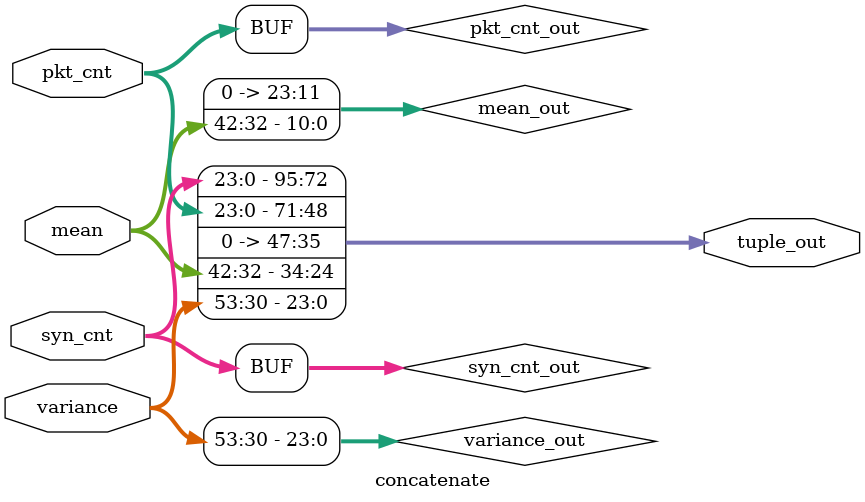
<source format=v>

`timescale 1ns / 1ps

module concatenate
#(
    parameter SCALING          = 32,
    parameter DATAIN_WIDTH     = 11,
    parameter RES_SHORT_WIDTH  = 24,
    //parameter RES_LONG_WIDTH   = 40,
    parameter OUTPUT_WIDTH     = 4*RES_SHORT_WIDTH /*+ RES_LONG_WIDTH*/
)(
    input           [RES_SHORT_WIDTH-1:0]                   syn_cnt,
    input           [RES_SHORT_WIDTH-1:0]                   pkt_cnt,
    input   signed  [DATAIN_WIDTH+SCALING:0]                mean,
    input   signed  [2*DATAIN_WIDTH+SCALING:0]              variance,
    output          [OUTPUT_WIDTH-1:0]                      tuple_out
);

wire    [RES_SHORT_WIDTH-1:0]   syn_cnt_out     =   syn_cnt[RES_SHORT_WIDTH-1:0];
wire    [RES_SHORT_WIDTH-1:0]   pkt_cnt_out     =   pkt_cnt[RES_SHORT_WIDTH-1:0];
wire    [RES_SHORT_WIDTH-1:0]   mean_out        =   {{(RES_SHORT_WIDTH-DATAIN_WIDTH){1'b0}}, mean[DATAIN_WIDTH+SCALING-1-:DATAIN_WIDTH]};
wire    [RES_SHORT_WIDTH-1:0]   variance_out         =   {variance[2*DATAIN_WIDTH+SCALING-1-:RES_SHORT_WIDTH]};

assign tuple_out = {syn_cnt_out, pkt_cnt_out, mean_out, variance_out};

endmodule


</source>
